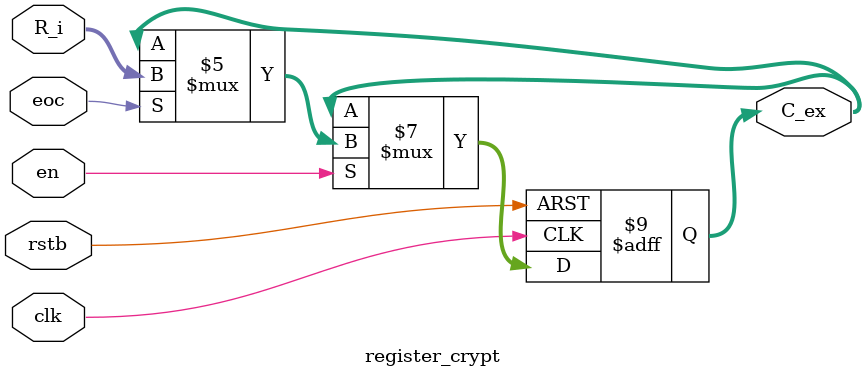
<source format=v>
module register_crypt #(parameter WIDTH = 4) (en, rstb, clk, eoc, R_i, C_ex);

  input en;
  input rstb;
  input clk;
  input eoc;
  input [WIDTH-1:0] R_i;
  output [WIDTH-1:0] C_ex;

  reg [WIDTH-1:0] C_ex;
  
  always @(negedge(rstb) or posedge(clk)) begin
    if (!rstb) begin 
      C_ex <= '0;
    end else begin 
      if (en == 1'b1) begin
        if (eoc == 1'b1) begin 
          C_ex <= R_i;
        end /*else begin 
          C_ex <= C_ex;
        end*/
      end
    end
  end

endmodule

</source>
